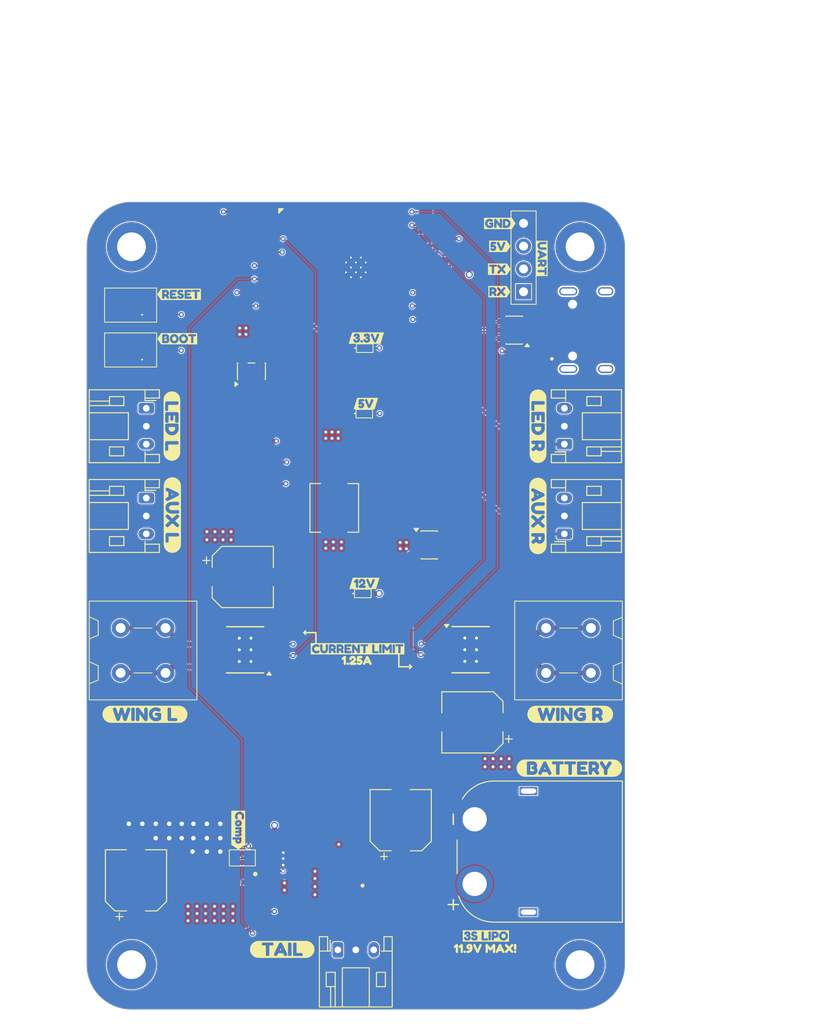
<source format=kicad_pcb>
(kicad_pcb (version 20241229) (generator "pcbnew") (generator_version "9.0")
  (layers (0 "F.Cu" signal) (4 "In1.Cu" power "In1.GND.Cu") (6 "In2.Cu" signal "In2.SIG.Cu") (8 "In3.Cu" power "In3.PWR.Cu") (10 "In4.Cu" power "In4.GND.Cu") (2 "B.Cu" signal) (13 "F.Paste" user) (15 "B.Paste" user) (5 "F.SilkS" user "F.Silkscreen") (7 "B.SilkS" user "B.Silkscreen") (1 "F.Mask" user) (3 "B.Mask" user) (25 "Edge.Cuts" user))
  (net 0 "")
  (net 1 "GND")
  (net 2 "+3.3V")
  (net 3 "/Microcontroller/CHIP_EN_BTN")
  (net 4 "/Microcontroller/BOOT_SEL_BTN")
  (net 5 "+12V")
  (net 6 "VBAT")
  (net 7 "/Voltage regulators and voltage sense/12V_BST")
  (net 8 "/Voltage regulators and voltage sense/12V_SW")
  (net 9 "/Voltage regulators and voltage sense/12V_COMP")
  (net 10 "/Voltage regulators and voltage sense/12V_VCC")
  (net 11 "/Microcontroller/VBAT_SENSE")
  (net 12 "VBUS")
  (net 15 "/Microcontroller/USBC_D-")
  (net 18 "/Microcontroller/USBC_D+")
  (net 21 "/Microcontroller/MCU_TX")
  (net 22 "/Microcontroller/MCU_RX")
  (net 23 "/Microcontroller/LED_LEFT_OUT")
  (net 24 "/Microcontroller/LED_TAIL_OUT")
  (net 25 "/Motor drivers and connectors/MOT_LEFT_OUT1")
  (net 26 "/Motor drivers and connectors/MOT_LEFT_OUT2")
  (net 27 "/Microcontroller/LED_RIGHT_OUT")
  (net 28 "/Microcontroller/LED_AUX2_OUT")
  (net 29 "/Motor drivers and connectors/MOT_RIGHT_OUT2")
  (net 30 "/Motor drivers and connectors/MOT_RIGHT_OUT1")
  (net 31 "/Microcontroller/USB_D-")
  (net 32 "/Microcontroller/USBu_D-")
  (net 33 "/Microcontroller/USBu_D+")
  (net 34 "/Microcontroller/USB_D+")
  (net 35 "/Voltage regulators and voltage sense/12V_FB")
  (net 40 "/Motor drivers and connectors/MOT_LEFT_ILIM")
  (net 41 "/Motor drivers and connectors/MOT_RIGHT_ILIM")
  (net 42 "/Motor drivers and connectors/MOT_RIGHT_IN1")
  (net 43 "/Motor drivers and connectors/MOT_LEFT_IN2")
  (net 44 "/Motor drivers and connectors/MOT_RIGHT_IN2")
  (net 45 "/Motor drivers and connectors/MOT_LEFT_IN1")
  (net 46 "/Microcontroller/USBC_CC2")
  (net 47 "/Microcontroller/USBC_CC1")
  (net 48 "VCC")
  (net 49 "/Microcontroller/12V_EN")
  (net 50 "AGND")
  (net 51 "Net-(D1-K)")
  (net 52 "/Microcontroller/3.3V_EN")
  (net 53 "/Microcontroller/3.3V_BP")
  (net 54 "Net-(C19-Pad1)")
  (net 55 "+5V")
  (net 56 "/Voltage regulators and voltage sense/3V3_VBST")
  (net 57 "/Voltage regulators and voltage sense/3V3_SW")
  (net 58 "Net-(LED1-K)")
  (net 59 "/Voltage regulators and voltage sense/3V3_VFB")
  (net 60 "Net-(LED2-K)")
  (net 61 "Net-(LED3-K)")
  (footprint "No Silkscreen:R_0402_1005Metric" (layer "F.Cu") (at 146.49 82.825)
    (property "Reference" "R20")
    (property "Value" "10k")
  )
  (footprint "No Silkscreen:C_0603_1608Metric" (layer "F.Cu") (at 132.49 60.25 -90)
    (property "Reference" "C6")
    (property "Value" "10u")
  )
  (footprint "No Silkscreen:C_0805_2012Metric" (layer "F.Cu") (at 143.99 85.9)
    (property "Reference" "C30")
    (property "Value" "22u/25V")
  )
  (footprint "kibuzzard-6926C843" (layer "F.Cu") (at 161.54 60.6)
    (property "Reference" "kibuzzard-6926C843" (hide yes))
    (property "Value" "G***" (hide yes))
  )
  (footprint "No Silkscreen:C_0402_1005Metric" (layer "F.Cu") (at 133.38375 79.65)
    (property "Reference" "C2")
    (property "Value" "100n")
  )
  (footprint "No Silkscreen:R_0402_1005Metric" (layer "F.Cu") (at 152.865 110 180)
    (property "Reference" "R11")
    (property "Value" "51.1k")
  )
  (footprint "Connector_AMASS:AMASS_XT60PW-M_1x02_P7.20mm_Horizontal" (layer "F.Cu") (at 158.74 127 -90)
    (property "Reference" "J6")
    (property "Value" "BATT_CONN")
  )
  (footprint "No Silkscreen:R_0402_1005Metric" (layer "F.Cu") (at 138.48 106.21)
    (property "Reference" "R10")
    (property "Value" "51.1k")
  )
  (footprint "No Silkscreen:C_0603_1608Metric" (layer "F.Cu") (at 159.84 111.75 180)
    (property "Reference" "C12")
    (property "Value" "0.1u/50V")
  )
  (footprint "No Silkscreen:C_0805_2012Metric" (layer "F.Cu") (at 145.69 127.74 90)
    (property "Reference" "C17")
    (property "Value" "22u/25V")
  )
  (footprint "kibuzzard-69304D0B" (layer "F.Cu") (at 132.39 128.2 -90)
    (property "Reference" "kibuzzard-69304D0B" (hide yes))
    (property "Value" "G***" (hide yes))
  )
  (footprint "kibuzzard-6926C39D" (layer "F.Cu") (at 165.79 93.2 -90)
    (property "Reference" "kibuzzard-6926C39D" (hide yes))
    (property "Value" "G***" (hide yes))
  )
  (footprint "Capacitor_SMD:CP_Elec_6.3x7.7" (layer "F.Cu") (at 158.49 116.2 180)
    (property "Reference" "C13")
    (property "Value" "47u")
  )
  (footprint "No Silkscreen:C_0603_1608Metric" (layer "F.Cu") (at 136.26 132 -90)
    (property "Reference" "C25")
    (property "Value" "2.2u")
  )
  (footprint "kibuzzard-6926C2DC" (layer "F.Cu") (at 137.29 141.5)
    (property "Reference" "kibuzzard-6926C2DC" (hide yes))
    (property "Value" "G***" (hide yes))
  )
  (footprint "No Silkscreen:C_0402_1005Metric" (layer "F.Cu") (at 157.59 63.15)
    (property "Reference" "C26")
    (property "Value" "10n")
  )
  (footprint "RF_Module:ESP32-C3-WROOM-02" (layer "F.Cu") (at 144.54 65.3)
    (property "Reference" "U3")
    (property "Value" "ESP32-C3-WROOM-02")
  )
  (footprint "Inductor_SMD:L_0402_1005Metric" (layer "F.Cu") (at 131.90875 80.15 90)
    (property "Reference" "L1")
    (property "Value" "2n2")
  )
  (footprint "No Silkscreen:R_0402_1005Metric" (layer "F.Cu") (at 166.44 74.1 180)
    (property "Reference" "R1")
    (property "Value" "5k1")
  )
  (footprint "No Silkscreen:R_0402_1005Metric" (layer "F.Cu") (at 155.34 66.55 180)
    (property "Reference" "R8")
    (property "Value" "22R")
  )
  (footprint "Connector_JST:JST_PH_S3B-PH-K_1x03_P2.00mm_Horizontal" (layer "F.Cu") (at 168.74 85.2 90)
    (property "Reference" "J5")
    (property "Value" "LED_RIGHT_CONN")
  )
  (footprint "Personal library:SPTAF_1_ 2-5_0-EL" (layer "F.Cu") (at 121.78 108.19 -90)
    (property "Reference" "J9")
    (property "Value" "MOTOR_LEFT_CONN")
  )
  (footprint "Connector_JST:JST_PH_S3B-PH-K_1x03_P2.00mm_Horizontal" (layer "F.Cu") (at 122.14 91.2 -90)
    (property "Reference" "J7")
    (property "Value" "LED_AUX1_CONN")
  )
  (footprint "No Silkscreen:C_0603_1608Metric" (layer "F.Cu") (at 132.6775 82.935)
    (property "Reference" "C3")
    (property "Value" "10u")
  )
  (footprint "Package_SO:Texas_HTSOP-8-1EP_3.9x4.9mm_P1.27mm_EP2.95x4.9mm_Mask2.4x3.1mm_ThermalVias" (layer "F.Cu") (at 133.155 108.115 180)
    (property "Reference" "U4")
    (property "Value" "DRV8871DDA")
  )
  (footprint "No Silkscreen:C_0603_1608Metric" (layer "F.Cu") (at 149.19 97.525 90)
    (property "Reference" "C27")
    (property "Value" "0.1u/50V")
  )
  (footprint "SKRPARE010:SKRPARE010" (layer "F.Cu") (at 120.415 69.7 180)
    (property "Reference" "S2")
    (property "Value" "SKRPACE010" (hide yes))
  )
  (footprint "No Silkscreen:C_0603_1608Metric" (layer "F.Cu") (at 134.865 137.25 -90)
    (property "Reference" "C15")
    (property "Value" "0.1u/50V")
  )
  (footprint "Connector_JST:JST_PH_S3B-PH-K_1x03_P2.00mm_Horizontal" (layer "F.Cu") (at 122.14 81.2 -90)
    (property "Reference" "J3")
    (property "Value" "LED_LEFT_CONN")
  )
  (footprint "No Silkscreen:R_0402_1005Metric" (layer "F.Cu") (at 136.42 129.18 90)
    (property "Reference" "R13")
    (property "Value" "931k")
  )
  (footprint "kibuzzard-692F179E" (layer "F.Cu") (at 146.615 80.675)
    (property "Reference" "kibuzzard-692F179E" (hide yes))
    (property "Value" "G***" (hide yes))
  )
  (footprint "kibuzzard-6926C403" (layer "F.Cu") (at 121.99 115.3)
    (property "Reference" "kibuzzard-6926C403" (hide yes))
    (property "Value" "G***" (hide yes))
  )
  (footprint "No Silkscreen:C_0805_2012Metric" (layer "F.Cu") (at 143.99 87.925)
    (property "Reference" "C31")
    (property "Value" "22u/25V")
  )
  (footprint "kibuzzard-6926C366" (layer "F.Cu") (at 125.04 93.1 -90)
    (property "Reference" "kibuzzard-6926C366" (hide yes))
    (property "Value" "G***" (hide yes))
  )
  (footprint "No Silkscreen:C_0603_1608Metric" (layer "F.Cu") (at 131.415 104.55)
    (property "Reference" "C10")
    (property "Value" "0.1u/50V")
  )
  (footprint "No Silkscreen:R_0402_1005Metric" (layer "F.Cu") (at 135.42 129.18 90)
    (property "Reference" "R14")
    (property "Value" "48.7k")
  )
  (footprint "No Silkscreen:R_0402_1005Metric" (layer "F.Cu") (at 146.515 75.575)
    (property "Reference" "R3")
    (property "Value" "10k")
  )
  (footprint "NetTie:NetTie-2_SMD_Pad0.5mm" (layer "F.Cu") (at 137.390001 132.77 90)
    (property "Reference" "NT1" (hide yes))
    (property "Value" "NetTie_GND" (hide yes))
  )
  (footprint "LED_SMD:LED_0402_1005Metric" (layer "F.Cu") (at 146.49 74.5)
    (property "Reference" "LED1")
    (property "Value" "3.3V_LED_G")
  )
  (footprint "No Silkscreen:C_0603_1608Metric" (layer "F.Cu") (at 136.415 135.125 -90)
    (property "Reference" "C18")
    (property "Value" "0.1u/50V")
  )
  (footprint "LED_SMD:LED_0402_1005Metric" (layer "F.Cu") (at 146.285 101.85)
    (property "Reference" "LED2")
    (property "Value" "USB_LED_B")
  )
  (footprint "kibuzzard-6926C685" (layer "F.Cu") (at 145.59 109.3)
    (property "Reference" "kibuzzard-6926C685" (hide yes))
    (property "Value" "G***" (hide yes))
  )
  (footprint "kibuzzard-6926CDBB" (layer "F.Cu") (at 166.24 64.5 -90)
    (property "Reference" "kibuzzard-6926CDBB" (hide yes))
    (property "Value" "G***" (hide yes))
  )
  (footprint "No Silkscreen:D_SOD-123" (layer "F.Cu") (at 133.565 84.875)
    (property "Reference" "D1")
    (property "Value" "1N5819HW-7-F")
  )
  (footprint "No Silkscreen:R_0402_1005Metric" (layer "F.Cu") (at 156.3025 96.8625 -90)
    (property "Reference" "R19")
    (property "Value" "10k")
  )
  (footprint "No Silkscreen:C_0402_1005Metric" (layer "F.Cu") (at 124.615 69.75)
    (property "Reference" "C8")
    (property "Value" "100n")
  )
  (footprint "No Silkscreen:R_0402_1005Metric" (layer "F.Cu") (at 155.44 62.3)
    (property "Reference" "R5")
    (property "Value" "10k")
  )
  (footprint "No Silkscreen:D_SOD-123" (layer "F.Cu") (at 133.565 89.575)
    (property "Reference" "D2")
    (property "Value" "1N5819HW-7-F")
  )
  (footprint "kibuzzard-6926C40E" (layer "F.Cu") (at 124.99 83.18 -90)
    (property "Reference" "kibuzzard-6926C40E" (hide yes))
    (property "Value" "G***" (hide yes))
  )
  (footprint "No Silkscreen:C_1210_3225Metric" (layer "F.Cu") (at 126.29 133.8 90)
    (property "Reference" "C22")
    (property "Value" "47u")
  )
  (footprint "No Silkscreen:C_0805_2012Metric" (layer "F.Cu") (at 143.29 127.74 90)
    (property "Reference" "C16")
    (property "Value" "22u/25V")
  )
  (footprint "MountingHole:MountingHole_3.2mm_M3_ISO14580_Pad_TopBottom" (layer "F.Cu") (at 170.49 143.2)
    (property "Reference" "H3")
    (property "Value" "M3")
  )
  (footprint "kibuzzard-6926C559" (layer "F.Cu") (at 159.89 141.4)
    (property "Reference" "kibuzzard-6926C559" (hide yes))
    (property "Value" "G***" (hide yes))
  )
  (footprint "No Silkscreen:R_0402_1005Metric" (layer "F.Cu") (at 146.2875 102.885)
    (property "Reference" "R15")
    (property "Value" "10k")
  )
  (footprint "MountingHole:MountingHole_3.2mm_M3_ISO14580_Pad_TopBottom" (layer "F.Cu") (at 120.49 63.2)
    (property "Reference" "H1")
    (property "Value" "M3")
  )
  (footprint "kibuzzard-6926C976" (layer "F.Cu") (at 125.79 68.5)
    (property "Reference" "kibuzzard-6926C976" (hide yes))
    (property "Value" "G***" (hide yes))
  )
  (footprint "Package_SO:Texas_HTSOP-8-1EP_3.9x4.9mm_P1.27mm_EP2.95x4.9mm_Mask2.4x3.1mm_ThermalVias" (layer "F.Cu") (at 158.29 108.1)
    (property "Reference" "U5")
    (property "Value" "DRV8871DDA")
  )
  (footprint "Inductor_SMD:L_APV_APH0530" (layer "F.Cu") (at 143.09 92.3 90)
    (property "Reference" "L3")
    (property "Value" "3.3u")
  )
  (footprint "MountingHole:MountingHole_3.2mm_M3_ISO14580_Pad_TopBottom" (layer "F.Cu") (at 120.49 143.2)
    (property "Reference" "H4")
    (property "Value" "M3")
  )
  (footprint "Connector_PinHeader_2.54mm:PinHeader_1x04_P2.54mm_Vertical" (layer "F.Cu") (at 164.19 68.21 180)
    (property "Reference" "J2")
    (property "Value" "UART_CONN")
  )
  (footprint "No Silkscreen:D_SOD-123" (layer "F.Cu") (at 133.565 87.225)
    (property "Reference" "D3")
    (property "Value" "1N5819HW-7-F")
  )
  (footprint "kibuzzard-6926C771" (layer "F.Cu") (at 161.49 68.2)
    (property "Reference" "kibuzzard-6926C771" (hide yes))
    (property "Value" "G***" (hide yes))
  )
  (footprint "No Silkscreen:R_0402_1005Metric" (layer "F.Cu") (at 166.48 70.74 180)
    (property "Reference" "R2")
    (property "Value" "5k1")
  )
  (footprint "No Silkscreen:R_0402_1005Metric" (layer "F.Cu") (at 157.3025 96.8625 90)
    (property "Reference" "R18")
    (property "Value" "56k")
  )
  (footprint "TYPE-C-31-M-12:HRO_TYPE-C-31-M-12" (layer "F.Cu") (at 173.34 72.49 90)
    (property "Reference" "J1")
    (property "Value" "TYPE-C-31-M-12")
  )
  (footprint "Capacitor_SMD:CP_Elec_6.3x7.7" (layer "F.Cu") (at 150.49 127.1 90)
    (property "Reference" "C14")
    (property "Value" "47u")
  )
  (footprint "No Silkscreen:C_0402_1005Metric" (layer "F.Cu") (at 134.42 129.18 90)
    (property "Reference" "C21")
    (property "Value" "27p")
  )
  (footprint "SKRPARE010:SKRPARE010" (layer "F.Cu") (at 120.415 74.7 180)
    (property "Reference" "S1")
    (property "Value" "SKRPACE010" (hide yes))
  )
  (footprint "Connector_JST:JST_PH_S3B-PH-K_1x03_P2.00mm_Horizontal" (layer "F.Cu") (at 143.49 141.55)
    (property "Reference" "J4")
    (property "Value" "LED_TAIL_CONN")
  )
  (footprint "No Silkscreen:C_0402_1005Metric" (layer "F.Cu") (at 131.865 131.3 90)
    (property "Reference" "C19")
    (property "Value" "470p")
  )
  (footprint "No Silkscreen:R_0402_1005Metric" (layer "F.Cu") (at 124.64 70.75 180)
    (property "Reference" "R6")
    (property "Value" "10k")
  )
  (footprint "No Silkscreen:R_0402_1005Metric" (layer "F.Cu") (at 157.59 65.15 180)
    (property "Reference" "R16")
    (property "Value" "4k7")
  )
  (footprint "kibuzzard-6926C5ED" (layer "F.Cu") (at 145.69 108)
    (property "Reference" "kibuzzard-6926C5ED" (hide yes))
    (property "Value" "G***" (hide yes))
  )
  (footprint "kibuzzard-6926C4D4" (layer "F.Cu") (at 169.29 121.3)
    (property "Reference" "kibuzzard-6926C4D4" (hide yes))
    (property "Value" "G***" (hide yes))
  )
  (footprint "kibuzzard-6926C482" (layer "F.Cu") (at 146.4475 100.71)
    (property "Reference" "kibuzzard-6926C482" (hide yes))
    (property "Value" "G***" (hide yes))
  )
  (footprint "No Silkscreen:C_0402_1005Metric" (layer "F.Cu") (at 133.865 131.3 90)
    (property "Reference" "C20")
    (property "Value" "8.7p")
  )
  (footprint "No Silkscreen:R_0402_1005Metric" (layer "F.Cu") (at 124.64 74.75 180)
    (property "Reference" "R7")
    (property "Value" "10k")
  )
  (footprint "No Silkscreen:C_0402_1005Metric" (layer "F.Cu") (at 136.08375 75.44 90)
    (property "Reference" "C4")
    (property "Value" "100n")
  )
  (footprint "No Silkscreen:C_0402_1005Metric" (layer "F.Cu") (at 132.37125 81.65)
    (property "Reference" "C1")
    (property "Value" "100n")
  )
  (footprint "MountingHole:MountingHole_3.2mm_M3_ISO14580_Pad_TopBottom" (layer "F.Cu") (at 170.49 63.2)
    (property "Reference" "H2")
    (property "Value" "M3")
  )
  (footprint "Package_TO_SOT_SMD:SOT-23-5" (layer "F.Cu") (at 133.85875 77.065 90)
    (property "Reference" "U2")
    (property "Value" "SPX3819M5-L-3-3")
  )
  (footprint "LED_SMD:LED_0402_1005Metric" (layer "F.Cu") (at 146.465 81.775)
    (property "Reference" "LED3")
    (property "Value" "USB_LED_Y")
  )
  (footprint "No Silkscreen:C_0805_2012Metric" (layer "F.Cu") (at 145.39 97.35 90)
    (property "Reference" "C28")
    (property "Value" "22u/25V")
  )
  (footprint "kibuzzard-6926C440" (layer "F.Cu") (at 169.39 115.3)
    (property "Reference" "kibuzzard-6926C440" (hide yes))
    (property "Value" "G***" (hide yes))
  )
  (footprint "No Silkscreen:R_0402_1005Metric" (layer "F.Cu") (at 133.64 68.3 180)
    (property "Reference" "R4")
    (property "Value" "10k")
  )
  (footprint "Package_TO_SOT_SMD:SOT-23-6" (layer "F.Cu") (at 153.6775 96.425)
    (property "Reference" "U7")
    (property "Value" "TPS563201")
  )
  (footprint "Capacitor_SMD:CP_Elec_6.3x7.7" (layer "F.Cu") (at 120.99 133.8 90)
    (property "Reference" "C24")
    (property "Value" "47u")
  )
  (footprint "No Silkscreen:C_0402_1005Metric" (layer "F.Cu") (at 134.04 59.77 -90)
    (property "Reference" "C7")
    (property "Value" "100n")
  )
  (footprint "No Silkscreen:R_0402_1005Metric" (layer "F.Cu") (at 155.34 65.5 180)
    (property "Reference" "R9")
    (property "Value" "22R")
  )
  (footprint "No Silkscreen:C_0805_2012Metric" (layer "F.Cu") (at 147.44 97.35 90)
    (property "Reference" "C29")
    (property "Value" "22u/25V")
  )
  (footprint "kibuzzard-6926C980" (layer "F.Cu") (at 125.59 73.45)
    (property "Reference" "kibuzzard-6926C980" (hide yes))
    (property "Value" "G***" (hide yes))
  )
  (footprint "kibuzzard-6926C417" (layer "F.Cu") (at 165.8 83.2 -90)
    (property "Reference" "kibuzzard-6926C417" (hide yes))
    (property "Value" "G***" (hide yes))
  )
  (footprint "Capacitor_SMD:CP_Elec_6.3x7.7" (layer "F.Cu") (at 132.89 100)
    (property "Reference" "C11")
    (property "Value" "47u")
  )
  (footprint "kibuzzard-6926C831" (layer "F.Cu") (at 161.54 63.15)
    (property "Reference" "kibuzzard-6926C831" (hide yes))
    (property "Value" "G***" (hide yes))
  )
  (footprint "No Silkscreen:C_0402_1005Metric" (layer "F.Cu") (at 124.605 75.75)
    (property "Reference" "C9")
    (property "Value" "100n")
  )
  (footprint "SPM6530T-2R2M:SPM6530" (layer "F.Cu") (at 142.115 134.2 180)
    (property "Reference" "L2")
    (property "Value" "2.2u" (hide yes))
  )
  (footprint "kibuzzard-6926C567" (layer "F.Cu") (at 159.99 140)
    (property "Reference" "kibuzzard-6926C567" (hide yes))
    (property "Value" "G***" (hide yes))
  )
  (footprint "Connector_JST:JST_PH_S3B-PH-K_1x03_P2.00mm_Horizontal" (layer "F.Cu") (at 168.74 95.2 90)
    (property "Reference" "J8")
    (property "Value" "LED_AUX2_CONN")
  )
  (footprint "Personal library:SPTAF_1_ 2-5_0-EL" (layer "F.Cu") (at 169.2 108.19 90)
    (property "Reference" "J10")
    (property "Value" "MOTOR_RIGHT_CONN")
  )
  (footprint "TPS61288:TPS61288" (layer "F.Cu") (at 133.643125 134.065625 -90)
    (property "Reference" "U6")
    (property "Value" "TPS61288")
  )
  (footprint "No Silkscreen:R_0402_1005Metric" (layer "F.Cu") (at 157.59 64.15)
    (property "Reference" "R17")
    (property "Value" "1k")
  )
  (footprint "kibuzzard-6926C80F" (layer "F.Cu") (at 161.49 65.7)
    (property "Reference" "kibuzzard-6926C80F" (hide yes))
    (property "Value" "G***" (hide yes))
  )
  (footprint "No Silkscreen:C_1210_3225Metric" (layer "F.Cu") (at 129.69 133.8 90)
    (property "Reference" "C23")
    (property "Value" "47u")
  )
  (footprint "No Silkscreen:R_0402_1005Metric" (layer "F.Cu") (at 132.865 131.3 -90)
    (property "Reference" "R12")
    (property "Value" "82k")
  )
  (footprint "No Silkscreen:C_0603_1608Metric" (layer "F.Cu") (at 154.0275 93.9125)
    (property "Reference" "C32")
    (property "Value" "0.1u/50V")
  )
  (footprint "Package_TO_SOT_SMD:SOT-23-6" (layer "F.Cu") (at 163.14 72.49 180)
    (property "Reference" "U1")
    (property "Value" "USBLC6-2SC6")
  )
  (footprint "No Silkscreen:C_0603_1608Metric" (layer "F.Cu") (at 133.68375 74.165)
    (property "Reference" "C5")
    (property "Value" "10u")
  )
  (footprint "kibuzzard-6926C4A5" (layer "F.Cu") (at 146.665 73.375)
    (property "Reference" "kibuzzard-6926C4A5" (hide yes))
    (property "Value" "G***" (hide yes))
  )
  (gr_line (start 139.69 106.2) (end 139.89 106) (stroke (width 0.16)) (layer "F.SilkS"))
  (gr_line (start 141.049621 107.4) (end 141.049621 106.2) (stroke (width 0.16)) (layer "F.SilkS"))
  (gr_rect (start 131.39 130.4) (end 134.29 132.2) (stroke (width 0.1)) (fill no) (layer "F.SilkS"))
  (gr_rect (start 145.3475 101.36) (end 147.1975 102.31) (stroke (width 0.1)) (fill no) (layer "F.SilkS"))
  (gr_rect (start 145.515 81.325) (end 147.365 82.275) (stroke (width 0.1)) (fill no) (layer "F.SilkS"))
  (gr_line (start 150.29 108.632809) (end 150.29 110) (stroke (width 0.16)) (layer "F.SilkS"))
  (gr_line (start 150.29 110) (end 151.69 110) (stroke (width 0.16)) (layer "F.SilkS"))
  (gr_line (start 151.69 110) (end 151.49 109.8) (stroke (width 0.16)) (layer "F.SilkS"))
  (gr_line (start 151.69 110) (end 151.49 110.2) (stroke (width 0.16)) (layer "F.SilkS"))
  (gr_rect (start 145.565 74.025) (end 147.415 74.975) (stroke (width 0.1)) (fill no) (layer "F.SilkS"))
  (gr_rect (start 117.49 67.8) (end 123.29 71.6) (stroke (width 0.1)) (fill no) (layer "F.SilkS"))
  (gr_rect (start 117.49 72.8) (end 123.29 76.6) (stroke (width 0.1)) (fill no) (layer "F.SilkS"))
  (gr_line (start 141.049621 106.2) (end 139.69 106.2) (stroke (width 0.16)) (layer "F.SilkS"))
  (gr_line (start 139.69 106.2) (end 139.89 106.4) (stroke (width 0.16)) (layer "F.SilkS"))
  (gr_line (start 115.49 143.2) (end 115.49 63.2) (stroke (width 0.05)) (layer "Edge.Cuts"))
  (gr_arc (start 115.49 63.2) (mid 116.954466 59.664466) (end 120.49 58.2) (stroke (width 0.05)) (layer "Edge.Cuts"))
  (gr_line (start 120.49 58.2) (end 170.49 58.2) (stroke (width 0.05)) (layer "Edge.Cuts"))
  (gr_line (start 175.49 63.2) (end 175.49 143.2) (stroke (width 0.05)) (layer "Edge.Cuts"))
  (gr_line (start 170.49 148.2) (end 120.49 148.2) (stroke (width 0.05)) (layer "Edge.Cuts"))
  (gr_arc (start 175.49 143.2) (mid 174.025534 146.735534) (end 170.49 148.2) (stroke (width 0.05)) (layer "Edge.Cuts"))
  (gr_arc (start 170.49 58.2) (mid 174.025534 59.664466) (end 175.49 63.2) (stroke (width 0.05)) (layer "Edge.Cuts"))
  (gr_arc (start 120.49 148.2) (mid 116.954466 146.735534) (end 115.49 143.2) (stroke (width 0.05)) (layer "Edge.Cuts"))
  (via (at 130.39 127.5) (size 0.8) (drill 0.5) (layers "F.Cu" "B.Cu") (net 1))
  (via (at 128.89 127.5) (size 0.8) (drill 0.5) (layers "F.Cu" "B.Cu") (net 1))
  (via (at 123.19 127.5) (size 0.8) (drill 0.5) (layers "F.Cu" "B.Cu") (net 1))
  (via (at 130.39 130.6) (size 0.8) (drill 0.5) (layers "F.Cu" "B.Cu") (net 1))
  (via (at 128.89 129.1) (size 0.8) (drill 0.5) (layers "F.Cu" "B.Cu") (net 1))
  (via (at 126.09 127.5) (size 0.8) (drill 0.5) (layers "F.Cu" "B.Cu") (net 1))
  (via (at 130.39 129.1) (size 0.8) (drill 0.5) (layers "F.Cu" "B.Cu") (net 1))
  (via (at 127.29 130.6) (size 0.8) (drill 0.5) (layers "F.Cu" "B.Cu") (net 1))
  (via (at 121.69 127.5) (size 0.8) (drill 0.5) (layers "F.Cu" "B.Cu") (net 1))
  (via (at 127.39 127.5) (size 0.8) (drill 0.5) (layers "F.Cu" "B.Cu") (net 1))
  (via (at 126.09 129.1) (size 0.8) (drill 0.5) (layers "F.Cu" "B.Cu") (net 1))
  (via (at 137.4 131.38) (size 0.6) (drill 0.3) (layers "F.Cu" "B.Cu") (net 1))
  (via (at 124.69 127.5) (size 0.8) (drill 0.5) (layers "F.Cu" "B.Cu") (net 1))
  (via (at 124.69 129.1) (size 0.8) (drill 0.5) (layers "F.Cu" "B.Cu") (net 1))
  (via (at 137.41 130.72) (size 0.6) (drill 0.3) (layers "F.Cu" "B.Cu") (net 1))
  (via (at 120.19 127.5) (size 0.8) (drill 0.5) (layers "F.Cu" "B.Cu") (net 1))
  (via (at 123.19 129.1) (size 0.8) (drill 0.5) (layers "F.Cu" "B.Cu") (net 1))
  (via (at 127.39 129.1) (size 0.8) (drill 0.5) (layers "F.Cu" "B.Cu") (net 1))
  (via (at 128.89 130.6) (size 0.8) (drill 0.5) (layers "F.Cu" "B.Cu") (net 1))
  (segment (start 133.13 68.3) (end 132.24 68.3) (width 0.3) (layer "F.Cu") (net 2))
  (segment (start 146.98 74.505) (end 148.085 74.505) (width 0.2) (layer "F.Cu") (net 2))
  (segment (start 132.90875 75.9275) (end 132.90875 74.165) (width 0.3) (layer "F.Cu") (net 2))
  (segment (start 125.15 70.75) (end 126.04 70.75) (width 0.2) (layer "F.Cu") (net 2))
  (segment (start 132.49 59.3) (end 135.79 59.3) (width 0.3) (layer "F.Cu") (net 2))
  (segment (start 132.49 59.3) (end 130.74 59.3) (width 0.3) (layer "F.Cu") (net 2))
  (segment (start 125.15 74.75) (end 126.04 74.75) (width 0.2) (layer "F.Cu") (net 2))
  (segment (start 148.085 74.505) (end 148.115 74.475) (width 0.2) (layer "F.Cu") (net 2))
  (segment (start 155.95 62.3) (end 156.99 62.3) (width 0.3) (layer "F.Cu") (net 2))
  (via (at 132.54625 72.965) (size 0.6) (drill 0.3) (layers "F.Cu" "B.Cu") (net 2))
  (via (at 133.24625 72.265) (size 0.6) (drill 0.3) (layers "F.Cu" "B.Cu") (net 2))
  (via (at 126.04 70.75) (size 0.6) (drill 0.3) (layers "F.Cu" "B.Cu") (net 2))
  (via (at 148.115 74.475) (size 0.6) (drill 0.3) (layers "F.Cu" "B.Cu") (net 2))
  (via (at 126.04 74.75) (size 0.6) (drill 0.3) (layers "F.Cu" "B.Cu") (net 2))
  (via (at 156.99 62.3) (size 0.6) (drill 0.3) (layers "F.Cu" "B.Cu") (net 2))
  (via (at 132.24 68.3) (size 0.6) (drill 0.3) (layers "F.Cu" "B.Cu") (net 2))
  (via (at 133.24625 72.965) (size 0.6) (drill 0.3) (layers "F.Cu" "B.Cu") (net 2))
  (via (at 132.54625 72.265) (size 0.6) (drill 0.3) (layers "F.Cu" "B.Cu") (net 2))
  (via (at 130.74 59.3) (size 0.6) (drill 0.3) (layers "F.Cu" "B.Cu") (net 2))
  (segment (start 124.135 69.75) (end 124.135 70.745) (width 0.2) (layer "F.Cu") (net 3))
  (segment (start 134.74 60.9) (end 130.84 64.8) (width 0.2) (layer "F.Cu") (net 3))
  (segment (start 126.79 64.8) (end 124.135 67.455) (width 0.2) (layer "F.Cu") (net 3))
  (segment (start 135.79 60.8) (end 135.69 60.9) (width 0.2) (layer "F.Cu") (net 3))
  (segment (start 124.13 70.75) (end 122.515 70.75) (width 0.2) (layer "F.Cu") (net 3))
  (segment (start 122.515 70.75) (end 122.49 70.775) (width 0.2) (layer "F.Cu") (net 3))
  (segment (start 135.69 60.9) (end 134.74 60.9) (width 0.2) (layer "F.Cu") (net 3))
  (segment (start 124.135 67.455) (end 124.135 69.75) (width 0.2) (layer "F.Cu") (net 3))
  (segment (start 124.135 70.745) (end 124.13 70.75) (width 0.2) (layer "F.Cu") (net 3))
  (segment (start 130.84 64.8) (end 126.79 64.8) (width 0.2) (layer "F.Cu") (net 3))
  (segment (start 127.49 73.45) (end 124.74 73.45) (width 0.2) (layer "F.Cu") (net 4))
  (segment (start 124.125 75.75) (end 124.125 74.755) (width 0.2) (layer "F.Cu") (net 4))
  (segment (start 124.125 75.75) (end 122.515 75.75) (width 0.2) (layer "F.Cu") (net 4))
  (segment (start 124.13 74.75) (end 124.14 74.74) (width 0.2) (layer "F.Cu") (net 4))
  (segment (start 124.125 74.755) (end 124.13 74.75) (width 0.2) (layer "F.Cu") (net 4))
  (segment (start 124.74 73.45) (end 124.13 74.06) (width 0.2) (layer "F.Cu") (net 4))
  (segment (start 122.515 75.75) (end 122.49 75.775) (width 0.2) (layer "F.Cu") (net 4))
  (segment (start 124.13 74.06) (end 124.13 74.75) (width 0.2) (layer "F.Cu") (net 4))
  (segment (start 131.14 69.8) (end 127.49 73.45) (width 0.2) (layer "F.Cu") (net 4))
  (segment (start 135.79 69.8) (end 131.14 69.8) (width 0.2) (layer "F.Cu") (net 4))
  (via (at 134.34 69.8) (size 0.6) (drill 0.3) (layers "F.Cu" "B.Cu") (net 4))
  (segment (start 148.075 101.85) (end 148.1 101.825) (width 0.55) (layer "F.Cu") (net 5))
  (segment (start 136.44 128.65) (end 136.42 128.67) (width 0.55) (layer "F.Cu") (net 5))
  (segment (start 146.77 101.85) (end 148.075 101.85) (width 0.55) (layer "F.Cu") (net 5))
  (segment (start 136.44 127.68) (end 136.44 128.65) (width 0.55) (layer "F.Cu") (net 5))
  (via (at 129.74 136.7) (size 0.6) (drill 0.3) (layers "F.Cu" "B.Cu") (net 5))
  (via (at 127.79 136.7) (size 0.6) (drill 0.3) (layers "F.Cu" "B.Cu") (net 5))
  (via (at 130.74 137.5) (size 0.6) (drill 0.3) (layers "F.Cu" "B.Cu") (net 5))
  (via (at 128.74 138.3) (size 0.6) (drill 0.3) (layers "F.Cu" "B.Cu") (net 5))
  (via (at 160.79 121.15) (size 0.6) (drill 0.3) (layers "F.Cu" "B.Cu") (net 5))
  (via (at 148.1 101.825) (size 0.8) (drill 0.5) (layers "F.Cu" "B.Cu") (net 5))
  (via (at 126.79 138.3) (size 0.6) (drill 0.3) (layers "F.Cu" "B.Cu") (net 5))
  (via (at 126.79 137.5) (size 0.6) (drill 0.3) (layers "F.Cu" "B.Cu") (net 5))
  (via (at 129.79 94.95) (size 0.6) (drill 0.3) (layers "F.Cu" "B.Cu") (net 5))
  (via (at 130.69 94.95) (size 0.6) (drill 0.3) (layers "F.Cu" "B.Cu") (net 5))
  (via (at 161.69 121.15) (size 0.6) (drill 0.3) (layers "F.Cu" "B.Cu") (net 5))
  (via (at 129.74 138.3) (size 0.6) (drill 0.3) (layers "F.Cu" "B.Cu") (net 5))
  (via (at 131.59 95.85) (size 0.6) (drill 0.3) (layers "F.Cu" "B.Cu") (net 5))
  (via (at 162.59 121.15) (size 0.6) (drill 0.3) (layers "F.Cu" "B.Cu") (net 5))
  (via (at 128.89 94.95) (size 0.6) (drill 0.3) (layers "F.Cu" "B.Cu") (net 5))
  (via (at 127.79 137.5) (size 0.6) (drill 0.3) (layers "F.Cu" "B.Cu") (net 5))
  (via (at 136.44 127.68) (size 0.8) (drill 0.5) (layers "F.Cu" "B.Cu") (net 5))
  (via (at 162.59 120.25) (size 0.6) (drill 0.3) (layers "F.Cu" "B.Cu") (net 5))
  (via (at 130.69 95.85) (size 0.6) (drill 0.3) (layers "F.Cu" "B.Cu") (net 5))
  (via (at 159.89 120.25) (size 0.6) (drill 0.3) (layers "F.Cu" "B.Cu") (net 5))
  (via (at 131.79 136.7) (size 0.6) (drill 0.3) (layers "F.Cu" "B.Cu") (net 5))
  (via (at 130.74 138.3) (size 0.6) (drill 0.3) (layers "F.Cu" "B.Cu") (net 5))
  (via (at 131.79 137.5) (size 0.6) (drill 0.3) (layers "F.Cu" "B.Cu") (net 5))
  (via (at 131.59 94.95) (size 0.6) (drill 0.3) (layers "F.Cu" "B.Cu") (net 5))
  (via (at 126.79 136.7) (size 0.6) (drill 0.3) (layers "F.Cu" "B.Cu") (net 5))
  (via (at 130.74 136.7) (size 0.6) (drill 0.3) (layers "F.Cu" "B.Cu") (net 5))
  (via (at 129.79 95.85) (size 0.6) (drill 0.3) (layers "F.Cu" "B.Cu") (net 5))
  (via (at 128.74 137.5) (size 0.6) (drill 0.3) (layers "F.Cu" "B.Cu") (net 5))
  (via (at 129.74 137.5) (size 0.6) (drill 0.3) (layers "F.Cu" "B.Cu") (net 5))
  (via (at 127.79 138.3) (size 0.6) (drill 0.3) (layers "F.Cu" "B.Cu") (net 5))
  (via (at 128.74 136.7) (size 0.6) (drill 0.3) (layers "F.Cu" "B.Cu") (net 5))
  (via (at 131.79 138.3) (size 0.6) (drill 0.3) (layers "F.Cu" "B.Cu") (net 5))
  (via (at 159.89 121.15) (size 0.6) (drill 0.3) (layers "F.Cu" "B.Cu") (net 5))
  (via (at 160.79 120.25) (size 0.6) (drill 0.3) (layers "F.Cu" "B.Cu") (net 5))
  (via (at 161.69 120.25) (size 0.6) (drill 0.3) (layers "F.Cu" "B.Cu") (net 5))
  (via (at 128.89 95.85) (size 0.6) (drill 0.3) (layers "F.Cu" "B.Cu") (net 5))
  (segment (start 152.54 97.375) (end 153.115 97.375) (width 0.3) (layer "F.Cu") (net 6))
  (segment (start 135.665 137.275) (end 134.865 136.475) (width 0.3) (layer "F.Cu") (net 6))
  (segment (start 158.1 66.26) (end 158.14 66.3) (width 0.55) (layer "F.Cu") (net 6))
  (segment (start 153.09 121.75) (end 153.09 129.8) (width 1.5) (layer "F.Cu") (net 6))
  (segment (start 154.065 96.425) (end 154.815 96.425) (width 0.3) (layer "F.Cu") (net 6))
  (segment (start 151.09 119.75) (end 153.09 121.75) (width 1.5) (layer "F.Cu") (net 6))
  (segment (start 153.115 97.375) (end 154.065 96.425) (width 0.3) (layer "F.Cu") (net 6))
  (segment (start 151.09 98.7) (end 151.09 119.75) (width 1.5) (layer "F.Cu") (net 6))
  (segment (start 158.1 65.15) (end 158.1 66.26) (width 0.55) (layer "F.Cu") (net 6))
  (segment (start 151.29 98.5) (end 151.09 98.7) (width 1.5) (layer "F.Cu") (net 6))
  (segment (start 136.415 137.275) (end 135.665 137.275) (width 0.3) (layer "F.Cu") (net 6))
  (via (at 158.14 66.3) (size 0.8) (drill 0.5) (layers "F.Cu" "B.Cu") (net 6))
  (via (at 136.415 137.275) (size 0.6) (drill 0.3) (layers "F.Cu" "B.Cu") (net 6))
  (via (at 143.59 129.8) (size 0.6) (drill 0.3) (layers "F.Cu" "B.Cu") (net 6))
  (segment (start 134.818124 134.815626) (end 135.330626 134.815626) (width 0.2) (layer "F.Cu") (net 7))
  (segment (start 135.330626 134.815626) (end 136.415 135.9) (width 0.2) (layer "F.Cu") (net 7))
  (via (at 137.54 134.9) (size 0.6) (drill 0.3) (layers "F.Cu" "B.Cu") (net 8))
  (via (at 140.94 135.4) (size 0.6) (drill 0.3) (layers "F.Cu" "B.Cu") (net 8))
  (via (at 137.54 134.1) (size 0.6) (drill 0.3) (layers "F.Cu" "B.Cu") (net 8))
  (via (at 140.94 133.6) (size 0.6) (drill 0.3) (layers "F.Cu" "B.Cu") (net 8))
  (via (at 140.94 132.8) (size 0.6) (drill 0.3) (layers "F.Cu" "B.Cu") (net 8))
  (via (at 140.94 134.5) (size 0.6) (drill 0.3) (layers "F.Cu" "B.Cu") (net 8))
  (segment (start 134.04 132.61875) (end 134.018126 132.640624) (width 0.2) (layer "F.Cu") (net 9))
  (segment (start 132.865 131.81) (end 133.835 131.81) (width 0.2) (layer "F.Cu") (net 9))
  (segment (start 133.865 131.78) (end 134.04 131.955) (width 0.2) (layer "F.Cu") (net 9))
  (segment (start 134.04 131.955) (end 134.04 132.61875) (width 0.2) (layer "F.Cu") (net 9))
  (segment (start 133.835 131.81) (end 133.865 131.78) (width 0.2) (layer "F.Cu") (net 9))
  (segment (start 135.41 132.873748) (end 135.41 132.075) (width 0.2) (layer "F.Cu") (net 10))
  (segment (start 134.818124 133.315624) (end 134.968124 133.315624) (width 0.2) (layer "F.Cu") (net 10))
  (segment (start 135.41 132.075) (end 136.26 131.225) (width 0.2) (layer "F.Cu") (net 10))
  (segment (start 134.968124 133.315624) (end 135.41 132.873748) (width 0.2) (layer "F.Cu") (net 10))
  (segment (start 157.11 65.12) (end 157.08 65.15) (width 0.2) (layer "F.Cu") (net 11))
  (segment (start 154.79 63.8) (end 153.29 63.8) (width 0.2) (layer "F.Cu") (net 11))
  (segment (start 155.14 64.15) (end 154.79 63.8) (width 0.2) (layer "F.Cu") (net 11))
  (segment (start 157.11 63.15) (end 157.11 65.12) (width 0.2) (layer "F.Cu") (net 11))
  (segment (start 157.08 64.15) (end 155.14 64.15) (width 0.2) (layer "F.Cu") (net 11))
  (segment (start 168.59 74.89) (end 164.13 74.89) (width 0.3) (layer "F.Cu") (net 12))
  (segment (start 169.18 70.09) (end 170.19 71.1) (width 0.3) (layer "F.Cu") (net 12))
  (segment (start 168.59 70.09) (end 169.18 70.09) (width 0.3) (layer "F.Cu") (net 12))
  (segment (start 170.19 71.1) (end 170.19 73.906) (width 0.3) (layer "F.Cu") (net 12))
  (segment (start 163.19 73.015001) (end 162.664999 72.49) (width 0.3) (layer "F.Cu") (net 12))
  (segment (start 170.19 73.906) (end 169.206 74.89) (width 0.3) (layer "F.Cu") (net 12))
  (segment (start 135.24 89.6) (end 135.215 89.575) (width 0.3) (layer "F.Cu") (net 12))
  (segment (start 163.19 73.95) (end 163.19 73.015001) (width 0.3) (layer "F.Cu") (net 12))
  (segment (start 161.88 74.89) (end 164.13 74.89) (width 0.3) (layer "F.Cu") (net 12))
  (segment (start 169.206 74.89) (end 168.59 74.89) (width 0.3) (layer "F.Cu") (net 12))
  (segment (start 164.13 74.89) (end 163.19 73.95) (width 0.3) (layer "F.Cu") (net 12))
  (segment (start 161.79 74.8) (end 161.88 74.89) (width 0.3) (layer "F.Cu") (net 12))
  (segment (start 162.664999 72.49) (end 162.0025 72.49) (width 0.3) (layer "F.Cu") (net 12))
  (segment (start 137.69 89.6) (end 135.24 89.6) (width 0.3) (layer "F.Cu") (net 12))
  (via (at 137.69 89.6) (size 0.6) (drill 0.3) (layers "F.Cu" "B.Cu") (net 12))
  (via (at 161.79 74.8) (size 0.6) (drill 0.3) (layers "F.Cu" "B.Cu") (net 12))
  (segment (start 168.59 72.24) (end 167.85 72.24) (width 0.1582) (layer "F.Cu") (net 15))
  (segment (start 168.59 73.24) (end 165.45 73.24) (width 0.1582) (layer "F.Cu") (net 15))
  (segment (start 165.45 73.24) (end 165.25 73.44) (width 0.1582) (layer "F.Cu") (net 15))
  (segment (start 165.25 73.44) (end 164.2775 73.44) (width 0.1582) (layer "F.Cu") (net 15))
  (segment (start 167.85 72.24) (end 166.85 73.24) (width 0.1582) (layer "F.Cu") (net 15))
  (segment (start 166.85 73.24) (end 168.59 73.24) (width 0.1582) (layer "F.Cu") (net 15))
  (segment (start 168.59 71.74) (end 169.48 71.74) (width 0.1582) (layer "F.Cu") (net 18))
  (segment (start 165.43 71.74) (end 165.23 71.54) (width 0.1582) (layer "F.Cu") (net 18))
  (segment (start 165.23 71.54) (end 164.2775 71.54) (width 0.1582) (layer "F.Cu") (net 18))
  (segment (start 169.74 72) (end 169.74 72.5) (width 0.1582) (layer "F.Cu") (net 18))
  (segment (start 169.5 72.74) (end 168.59 72.74) (width 0.1582) (layer "F.Cu") (net 18))
  (segment (start 169.74 72.5) (end 169.5 72.74) (width 0.1582) (layer "F.Cu") (net 18))
  (segment (start 169.48 71.74) (end 169.74 72) (width 0.1582) (layer "F.Cu") (net 18))
  (segment (start 168.59 71.74) (end 165.43 71.74) (width 0.1582) (layer "F.Cu") (net 18))
  (segment (start 153.29 68.3) (end 151.84 68.3) (width 0.2) (layer "F.Cu") (net 21))
  (via (at 151.84 68.3) (size 0.6) (drill 0.3) (layers "F.Cu" "B.Cu") (net 21))
  (segment (start 153.29 69.8) (end 151.79 69.8) (width 0.2) (layer "F.Cu") (net 22))
  (via (at 151.79 69.8) (size 0.6) (drill 0.3) (layers "F.Cu" "B.Cu") (net 22))
  (segment (start 135.79 65.3) (end 134.19 65.3) (width 0.2) (layer "F.Cu") (net 23))
  (via (at 134.19 65.3) (size 0.6) (drill 0.3) (layers "F.Cu" "B.Cu") (net 23))
  (segment (start 153.29 71.3) (end 151.84 71.3) (width 0.2) (layer "F.Cu") (net 24))
  (via (at 151.84 71.3) (size 0.6) (drill 0.3) (layers "F.Cu" "B.Cu") (net 24))
  (segment (start 130.28 107.48) (end 126.07 107.48) (width 0.55) (layer "F.Cu") (net 25))
  (segment (start 124.28 105.69) (end 119.28 105.69) (width 0.55) (layer "F.Cu") (net 25))
  (segment (start 126.07 107.48) (end 124.28 105.69) (width 0.55) (layer "F.Cu") (net 25))
  (segment (start 124.95 110.02) (end 124.28 110.69) (width 0.55) (layer "F.Cu") (net 26))
  (segment (start 130.28 110.02) (end 124.95 110.02) (width 0.55) (layer "F.Cu") (net 26))
  (segment (start 124.28 110.69) (end 119.28 110.69) (width 0.55) (layer "F.Cu") (net 26))
  (segment (start 149.79 71.55) (end 163.44 85.2) (width 0.3) (layer "F.Cu") (net 27))
  (segment (start 152.94 62.3) (end 149.79 65.45) (width 0.3) (layer "F.Cu") (net 27))
  (segment (start 154.93 62.3) (end 153.29 62.3) (width 0.3) (layer "F.Cu") (net 27))
  (segment (start 149.79 65.45) (end 149.79 71.55) (width 0.3) (layer "F.Cu") (net 27))
  (segment (start 163.44 85.2) (end 168.74 85.2) (width 0.3) (layer "F.Cu") (net 27))
  (segment (start 153.29 62.3) (end 152.94 62.3) (width 0.3) (layer "F.Cu") (net 27))
  (segment (start 137.19 68.4) (end 163.99 95.2) (width 0.3) (layer "F.Cu") (net 28))
  (segment (start 135.79 68.5) (end 135.89 68.4) (width 0.3) (layer "F.Cu") (net 28))
  (segment (start 135.89 68.4) (end 137.19 68.4) (width 0.3) (layer "F.Cu") (net 28))
  (segment (start 163.99 95.2) (end 168.74 95.2) (width 0.3) (layer "F.Cu") (net 28))
  (segment (start 134.15 68.3) (end 135.79 68.3) (width 0.3) (layer "F.Cu") (net 28))
  (segment (start 135.79 68.3) (end 135.79 68.5) (width 0.3) (layer "F.Cu") (net 28))
  (segment (start 166.7 105.69) (end 171.7 105.69) (width 0.55) (layer "F.Cu") (net 29))
  (segment (start 161.165 106.195) (end 166.195 106.195) (width 0.55) (layer "F.Cu") (net 29))
  (segment (start 166.195 106.195) (end 166.7 105.69) (width 0.55) (layer "F.Cu") (net 29))
  (segment (start 166.7 110.69) (end 171.7 110.69) (width 0.55) (layer "F.Cu") (net 30))
  (segment (start 164.745 108.735) (end 166.7 110.69) (width 0.55) (layer "F.Cu") (net 30))
  (segment (start 161.165 108.735) (end 164.745 108.735) (width 0.55) (layer "F.Cu") (net 30))
  (segment (start 160.239449 72.6707) (end 159.25515 72.6707) (width 0.1582) (layer "F.Cu") (net 31))
  (segment (start 157.1093 70.52485) (end 157.1093 67.270397) (width 0.1582) (layer "F.Cu") (net 31))
  (segment (start 161.008749 73.44) (end 160.239449 72.6707) (width 0.1582) (layer "F.Cu") (net 31))
  (segment (start 159.25515 72.6707) (end 157.1093 70.52485) (width 0.1582) (layer "F.Cu") (net 31))
  (segment (start 157.1093 67.270397) (end 156.388903 66.55) (width 0.1582) (layer "F.Cu") (net 31))
  (segment (start 156.388903 66.55) (end 155.85 66.55) (width 0.1582) (layer "F.Cu") (net 31))
  (segment (start 162.0025 73.44) (end 161.008749 73.44) (width 0.1582) (layer "F.Cu") (net 31))
  (segment (start 154.83 66.55) (end 153.54 66.55) (width 0.1582) (layer "F.Cu") (net 32))
  (segment (start 153.54 66.55) (end 153.29 66.8) (width 0.1582) (layer "F.Cu") (net 32))
  (segment (start 154.83 65.5) (end 153.49 65.5) (width 0.1582) (layer "F.Cu") (net 33))
  (segment (start 153.49 65.5) (end 153.29 65.3) (width 0.1582) (layer "F.Cu") (net 33))
  (segment (start 161.008749 71.54) (end 160.239449 72.3093) (width 0.1582) (layer "F.Cu") (net 34))
  (segment (start 159.40485 72.3093) (end 157.4707 70.37515) (width 0.1582) (layer "F.Cu") (net 34))
  (segment (start 157.4707 70.37515) (end 157.4707 67.1207) (width 0.1582) (layer "F.Cu") (net 34))
  (segment (start 157.4707 67.1207) (end 155.85 65.5) (width 0.1582) (layer "F.Cu") (net 34))
  (segment (start 160.239449 72.3093) (end 159.40485 72.3093) (width 0.1582) (layer "F.Cu") (net 34))
  (segment (start 162.0025 71.54) (end 161.008749 71.54) (width 0.1582) (layer "F.Cu") (net 34))
  (segment (start 134.42 129.66) (end 136.39 129.66) (width 0.2) (layer "F.Cu") (net 35))
  (segment (start 135.42 130.09) (end 135.42 129.69) (width 0.2) (layer "F.Cu") (net 35))
  (segment (start 136.39 129.66) (end 136.42 129.69) (width 0.2) (layer "F.Cu") (net 35))
  (segment (start 134.536872 130.973128) (end 135.42 130.09) (width 0.2) (layer "F.Cu") (net 35))
  (segment (start 134.536872 132.796875) (end 134.536872 130.973128) (width 0.2) (layer "F.Cu") (net 35))
  (segment (start 136.03 106.21) (end 137.97 106.21) (width 0.2) (layer "F.Cu") (net 40))
  (segment (start 153.38 110.005) (end 153.375 110) (width 0.2) (layer "F.Cu") (net 41))
  (segment (start 155.415 110.005) (end 153.38 110.005) (width 0.2) (layer "F.Cu") (net 41))
  (segment (start 153.29 60.8) (end 151.74 60.8) (width 0.2) (layer "F.Cu") (net 42))
  (segment (start 152.875 108.735) (end 155.415 108.735) (width 0.2) (layer "F.Cu") (net 42))
  (segment (start 152.74 108.65) (end 152.79 108.65) (width 0.2) (layer "F.Cu") (net 42))
  (segment (start 152.79 108.65) (end 152.875 108.735) (width 0.2) (layer "F.Cu") (net 42))
  (via (at 152.74 108.65) (size 0.6) (drill 0.3) (layers "F.Cu" "B.Cu") (net 42))
  (via (at 151.74 60.8) (size 0.6) (drill 0.3) (layers "F.Cu" "B.Cu") (net 42))
  (segment (start 159.79 68.85) (end 151.74 60.8) (width 0.2) (layer "B.Cu") (net 42))
  (segment (start 151.79 107.75) (end 151.79 106) (width 0.2) (layer "B.Cu") (net 42))
  (segment (start 159.79 98) (end 159.79 68.85) (width 0.2) (layer "B.Cu") (net 42))
  (segment (start 152.69 108.65) (end 151.79 107.75) (width 0.2) (layer "B.Cu") (net 42))
  (segment (start 152.74 108.65) (end 152.69 108.65) (width 0.2) (layer "B.Cu") (net 42))
  (segment (start 151.79 106) (end 159.79 98) (width 0.2) (layer "B.Cu") (net 42))
  (segment (start 138.49 108.75) (end 136.03 108.75) (width 0.2) (layer "F.Cu") (net 43))
  (segment (start 135.79 62.3) (end 137.39 62.3) (width 0.2) (layer "F.Cu") (net 43))
  (via (at 138.49 108.75) (size 0.6) (drill 0.3) (layers "F.Cu" "B.Cu") (net 43))
  (via (at 137.39 62.3) (size 0.6) (drill 0.3) (layers "F.Cu" "B.Cu") (net 43))
  (segment (start 137.39 62.3) (end 140.99 65.9) (width 0.2) (layer "B.Cu") (net 43))
  (segment (start 140.99 106.35) (end 138.59 108.75) (width 0.2) (layer "B.Cu") (net 43))
  (segment (start 140.99 65.9) (end 140.99 106.35) (width 0.2) (layer "B.Cu") (net 43))
  (segment (start 138.59 108.75) (end 138.49 108.75) (width 0.2) (layer "B.Cu") (net 43))
  (segment (start 152.805 107.465) (end 155.415 107.465) (width 0.2) (layer "F.Cu") (net 44))
  (segment (start 152.79 107.45) (end 152.805 107.465) (width 0.2) (layer "F.Cu") (net 44))
  (segment (start 153.29 59.3) (end 151.74 59.3) (width 0.2) (layer "F.Cu") (net 44))
  (via (at 152.79 107.45) (size 0.6) (drill 0.3) (layers "F.Cu" "B.Cu") (net 44))
  (via (at 151.74 59.3) (size 0.6) (drill 0.3) (layers "F.Cu" "B.Cu") (net 44))
  (segment (start 161.29 65.6) (end 161.29 98.95) (width 0.2) (layer "B.Cu") (net 44))
  (segment (start 154.99 59.3) (end 161.29 65.6) (width 0.2) (layer "B.Cu") (net 44))
  (segment (start 161.29 98.95) (end 152.79 107.45) (width 0.2) (layer "B.Cu") (net 44))
  (segment (start 151.74 59.3) (end 154.99 59.3) (width 0.2) (layer "B.Cu") (net 44))
  (segment (start 136.03 107.48) (end 138.47 107.48) (width 0.2) (layer "F.Cu") (net 45))
  (segment (start 137.29 63.8) (end 135.79 63.8) (width 0.2) (layer "F.Cu") (net 45))
  (segment (start 138.47 107.48) (end 138.49 107.5) (width 0.2) (layer "F.Cu") (net 45))
  (via (at 138.49 107.5) (size 0.6) (drill 0.3) (layers "F.Cu" "B.Cu") (net 45))
  (via (at 137.29 63.8) (size 0.6) (drill 0.3) (layers "F.Cu" "B.Cu") (net 45))
  (segment (start 168.59 70.74) (end 166.99 70.74) (width 0.1582) (layer "F.Cu") (net 46))
  (segment (start 168.59 73.74) (end 167.7 73.74) (width 0.1582) (layer "F.Cu") (net 47))
  (segment (start 167.34 74.1) (end 166.95 74.1) (width 0.1582) (layer "F.Cu") (net 47))
  (segment (start 167.7 73.74) (end 167.34 74.1) (width 0.1582) (layer "F.Cu") (net 47))
  (segment (start 137.79 87.2) (end 135.24 87.2) (width 0.3) (layer "F.Cu") (net 48))
  (segment (start 135.24 87.2) (end 135.215 87.225) (width 0.3) (layer "F.Cu") (net 48))
  (via (at 137.79 87.2) (size 0.6) (drill 0.3) (layers "F.Cu" "B.Cu") (net 48))
  (segment (start 133.99 139.7) (end 134.018126 139.671874) (width 0.2) (layer "F.Cu") (net 49))
  (segment (start 134.018126 139.671874) (end 134.018126 135.490626) (width 0.2) (layer "F.Cu") (net 49))
  (segment (start 135.79 66.8) (end 134.19 66.8) (width 0.2) (layer "F.Cu") (net 49))
  (via (at 133.99 139.7) (size 0.6) (drill 0.3) (layers "F.Cu" "B.Cu") (net 49))
  (via (at 134.19 66.8) (size 0.6) (drill 0.3) (layers "F.Cu" "B.Cu") (net 49))
  (segment (start 132.79 118.1) (end 132.79 138.5) (width 0.2) (layer "B.Cu") (net 49))
  (segment (start 134.19 66.8) (end 132.34 66.8) (width 0.2) (layer "B.Cu") (net 49))
  (segment (start 132.79 138.5) (end 133.99 139.7) (width 0.2) (layer "B.Cu") (net 49))
  (segment (start 126.94 112.25) (end 132.79 118.1) (width 0.2) (layer "B.Cu") (net 49))
  (segment (start 126.94 72.2) (end 126.94 112.25) (width 0.2) (layer "B.Cu") (net 49))
  (segment (start 132.34 66.8) (end 126.94 72.2) (width 0.2) (layer "B.Cu") (net 49))
  (segment (start 133.59 130) (end 133.865 130.275) (width 0.2) (layer "F.Cu") (net 50))
  (segment (start 134.45 128.67) (end 134.42 128.7) (width 0.2) (layer "F.Cu") (net 50))
  (segment (start 133.865 130.275) (end 133.865 130.82) (width 0.2) (layer "F.Cu") (net 50))
  (segment (start 132.19 130) (end 133.54 130) (width 0.2) (layer "F.Cu") (net 50))
  (segment (start 131.865 130.82) (end 131.865 130.325) (width 0.2) (layer "F.Cu") (net 50))
  (segment (start 134.818124 133.815625) (end 135.219375 133.815625) (width 0.2) (layer "F.Cu") (net 50))
  (segment (start 133.54 129.58) (end 134.42 128.7) (width 0.2) (layer "F.Cu") (net 50))
  (segment (start 135.42 128.67) (end 134.45 128.67) (width 0.2) (layer "F.Cu") (net 50))
  (segment (start 135.219375 133.815625) (end 136.26 132.775) (width 0.2) (layer "F.Cu") (net 50))
  (segment (start 131.865 130.325) (end 132.19 130) (width 0.2) (layer "F.Cu") (net 50))
  (segment (start 133.54 130) (end 133.54 129.58) (width 0.2) (layer "F.Cu") (net 50))
  (segment (start 133.54 130) (end 133.59 130) (width 0.2) (layer "F.Cu") (net 50))
  (segment (start 137.405 132.775) (end 137.41 132.78) (width 0.2) (layer "F.Cu") (net 50))
  (segment (start 136.26 132.775) (end 137.405 132.775) (width 0.2) (layer "F.Cu") (net 50))
  (via (at 133.54 130) (size 0.6) (drill 0.3) (layers "F.Cu" "B.Cu") (net 50))
  (segment (start 131.90875 82.92875) (end 131.9025 82.935) (width 0.55) (layer "F.Cu") (net 51))
  (segment (start 131.90875 80.635) (end 131.90875 82.92875) (width 0.55) (layer "F.Cu") (net 51))
  (segment (start 131.9025 89.5625) (end 131.915 89.575) (width 0.55) (layer "F.Cu") (net 51))
  (segment (start 131.9025 82.935) (end 131.9025 89.5625) (width 0.55) (layer "F.Cu") (net 51))
  (segment (start 134.80875 77.540001) (end 134.333749 77.065) (width 0.2) (layer "F.Cu") (net 52))
  (segment (start 133.44625 77.065) (end 132.90875 77.6025) (width 0.2) (layer "F.Cu") (net 52))
  (segment (start 134.80875 78.2025) (end 134.80875 77.540001) (width 0.2) (layer "F.Cu") (net 52))
  (segment (start 132.88875 79.665) (end 132.90375 79.65) (width 0.55) (layer "F.Cu") (net 52))
  (segment (start 132.90375 79.65) (end 132.90375 78.2075) (width 0.55) (layer "F.Cu") (net 52))
  (segment (start 134.333749 77.065) (end 133.44625 77.065) (width 0.2) (layer "F.Cu") (net 52))
  (segment (start 131.90875 79.665) (end 132.88875 79.665) (width 0.55) (layer "F.Cu") (net 52))
  (segment (start 132.90875 77.6025) (end 132.90875 78.2025) (width 0.2) (layer "F.Cu") (net 52))
  (segment (start 134.81625 75.92) (end 134.80875 75.9275) (width 0.2) (layer "F.Cu") (net 53))
  (segment (start 136.08375 75.92) (end 134.81625 75.92) (width 0.2) (layer "F.Cu") (net 53))
  (segment (start 131.875 131.78) (end 132.865 130.79) (width 0.2) (layer "F.Cu") (net 54))
  (segment (start 131.865 131.78) (end 131.875 131.78) (width 0.2) (layer "F.Cu") (net 54))
  (segment (start 146.04 83.85) (end 143.54 83.85) (width 0.3) (layer "F.Cu") (net 55))
  (segment (start 157.3025 95.1125) (end 157.3025 96.3525) (width 0.3) (layer "F.Cu") (net 55))
  (segment (start 146.04 83.85) (end 157.3025 95.1125) (width 0.3) (layer "F.Cu") (net 55))
  (segment (start 136.615 84.875) (end 136.64 84.85) (width 0.55) (layer "F.Cu") (net 55))
  (segment (start 135.215 84.875) (end 136.615 84.875) (width 0.55) (layer "F.Cu") (net 55))
  (segment (start 146.95 81.775) (end 148.165 81.775) (width 0.2) (layer "F.Cu") (net 55))
  (via (at 142.14 84.55) (size 0.6) (drill 0.3) (layers "F.Cu" "B.Cu") (net 55))
  (via (at 136.64 84.85) (size 0.6) (drill 0.3) (layers "F.Cu" "B.Cu") (net 55))
  (via (at 142.84 84.55) (size 0.6) (drill 0.3) (layers "F.Cu" "B.Cu") (net 55))
  (via (at 143.54 84.55) (size 0.6) (drill 0.3) (layers "F.Cu" "B.Cu") (net 55))
  (via (at 142.14 83.85) (size 0.6) (drill 0.3) (layers "F.Cu" "B.Cu") (net 55))
  (via (at 142.84 83.85) (size 0.6) (drill 0.3) (layers "F.Cu" "B.Cu") (net 55))
  (via (at 143.54 83.85) (size 0.6) (drill 0.3) (layers "F.Cu" "B.Cu") (net 55))
  (via (at 148.165 81.775) (size 0.6) (drill 0.3) (layers "F.Cu" "B.Cu") (net 55))
  (segment (start 154.815 93.925) (end 154.8025 93.9125) (width 0.3) (layer "F.Cu") (net 56))
  (segment (start 154.815 95.475) (end 154.815 93.925) (width 0.3) (layer "F.Cu") (net 56))
  (segment (start 151.14 95.464466) (end 151.14 96.15) (width 0.55) (layer "F.Cu") (net 57))
  (segment (start 152.691966 93.9125) (end 151.14 95.464466) (width 0.55) (layer "F.Cu") (net 57))
  (segment (start 153.2525 93.9125) (end 152.691966 93.9125) (width 0.55) (layer "F.Cu") (net 57))
  (segment (start 153.24 93.9) (end 153.2525 93.9125) (width 0.55) (layer "F.Cu") (net 57))
  (via (at 142.99 96.8) (size 0.6) (drill 0.3) (layers "F.Cu" "B.Cu") (net 57))
  (via (at 150.44 96.15) (size 0.6) (drill 0.3) (layers "F.Cu" "B.Cu") (net 57))
  (via (at 143.89 96.1) (size 0.6) (drill 0.3) (layers "F.Cu" "B.Cu") (net 57))
  (via (at 150.44 96.85) (size 0.6) (drill 0.3) (layers "F.Cu" "B.Cu") (net 57))
  (via (at 142.99 96.1) (size 0.6) (drill 0.3) (layers "F.Cu" "B.Cu") (net 57))
  (via (at 151.14 96.15) (size 0.6) (drill 0.3) (layers "F.Cu" "B.Cu") (net 57))
  (via (at 151.14 96.85) (size 0.6) (drill 0.3) (layers "F.Cu" "B.Cu") (net 57))
  (via (at 142.14 96.8) (size 0.6) (drill 0.3) (layers "F.Cu" "B.Cu") (net 57))
  (via (at 142.14 96.1) (size 0.6) (drill 0.3) (layers "F.Cu" "B.Cu") (net 57))
  (via (at 143.89 96.8) (size 0.6) (drill 0.3) (layers "F.Cu" "B.Cu") (net 57))
  (segment (start 146.01 74.505) (end 146.01 75.57) (width 0.2) (layer "F.Cu") (net 58))
  (segment (start 146.01 75.57) (end 146.005 75.575) (width 0.2) (layer "F.Cu") (net 58))
  (segment (start 154.815 97.375) (end 157.3 97.375) (width 0.3) (layer "F.Cu") (net 59))
  (segment (start 157.3 97.375) (end 157.3025 97.3725) (width 0.3) (layer "F.Cu") (net 59))
  (segment (start 145.79 102.925) (end 145.79 101.86) (width 0.2) (layer "F.Cu") (net 60))
  (segment (start 145.79 101.86) (end 145.8 101.85) (width 0.2) (layer "F.Cu") (net 60))
  (segment (start 145.98 82.825) (end 145.98 81.775) (width 0.2) (layer "F.Cu") (net 61))
  (zone (net 6) (net_name "VBAT") (layer "F.Cu") (priority 11) (connect_pads yes (clearance 0.2)) (min_thickness 0.03) (fill yes (thermal_gap 0.5) (thermal_bridge_width 0.5))
    (polygon (pts (xy 151.89 97) (xy 153.19 97) (xy 153.29 97.1) (xy 153.29 98.9) (xy 153.14 99.05) (xy 144.64 99.05) (xy 144.49 98.9) (xy 144.49 97.8) (xy 144.64 97.65) (xy 150.89 97.65)))
  )
  (zone (net 57) (net_name "/Voltage regulators and voltage sense/3V3_SW") (layer "F.Cu") (priority 1) (connect_pads yes (clearance 0.2)) (min_thickness 0.03) (fill yes (thermal_gap 0.5) (thermal_bridge_width 0.5))
    (polygon (pts (xy 153.29 96.9) (xy 153.44 96.8) (xy 153.44 96.05) (xy 153.29 95.95) (xy 151.54 95.95) (xy 151.24 95.65) (xy 150.34 95.65) (xy 150.14 95.65) (xy 149.99 95.75) (xy 149.99 97.2) (xy 150.14 97.3) (xy 150.34 97.3) (xy 151.24 97.3) (xy 151.54 96.9)))
  )
  (zone (net 6) (net_name "VBAT") (layer "F.Cu") (priority 14) (connect_pads yes (clearance 0.1)) (min_thickness 0.03) (fill yes (thermal_gap 0.5) (thermal_bridge_width 0.5))
    (polygon (pts (xy 135.315 135.1) (xy 135.39 135.175) (xy 135.39 136.9) (xy 135.315 136.975) (xy 134.365 136.975) (xy 134.29 136.9) (xy 134.29 135.190627) (xy 134.365 135.1)))
  )
  (zone (net 6) (net_name "VBAT") (layer "F.Cu") (priority 10) (connect_pads yes (clearance 0.1)) (min_thickness 0.03) (fill yes (thermal_gap 0.5) (thermal_bridge_width 0.5))
    (polygon (pts (xy 142.29 129.17) (xy 142.29 132.65) (xy 142.29 136.1) (xy 142.59 136.45) (xy 160.74 136.4) (xy 161.29 135.7) (xy 161.29 132.3) (xy 151.09 127.7) (xy 142.54 127.7) (xy 142.3 127.93)))
  )
  (zone (net 2) (net_name "+3.3V") (layer "F.Cu") (priority 7) (connect_pads yes (clearance 0.3)) (min_thickness 0.03) (fill yes (thermal_gap 0.5) (thermal_bridge_width 0.5))
    (polygon (pts (xy 133.59625 74.715) (xy 133.69625 74.615) (xy 133.69625 71.965) (xy 133.54625 71.815) (xy 132.19625 71.815) (xy 132.04625 71.965) (xy 132.04625 74.615) (xy 132.15875 74.715)))
  )
  (zone (net 55) (net_name "+5V") (layer "F.Cu") (priority 8) (connect_pads yes (clearance 0.2)) (min_thickness 0.03) (fill yes (thermal_gap 0.5) (thermal_bridge_width 0.5))
    (polygon (pts (xy 144.44 91.55) (xy 144.64 91.35) (xy 144.64 89.25) (xy 144.54 89.15) (xy 144.14 88.8) (xy 144.14 83.65) (xy 143.94 83.45) (xy 141.84 83.45) (xy 141.64 83.65) (xy 141.64 91.35) (xy 141.84 91.55)))
  )
  (zone (net 5) (net_name "+12V") (layer "F.Cu") (priority 16) (connect_pads yes (clearance 0.1)) (min_thickness 0.03) (fill yes (thermal_gap 0.5) (thermal_bridge_width 0.5))
    (polygon (pts (xy 119.79 138.75) (xy 120.09 139.1) (xy 133.34 139.1) (xy 133.75 138.71) (xy 133.75 135.81) (xy 133.75 134.51) (xy 133.63 134.4) (xy 120.09 134.4) (xy 119.79 134.8)))
  )
  (zone (net 5) (net_name "+12V") (layer "F.Cu") (priority 9) (connect_pads yes (clearance 0.1)) (min_thickness 0.03) (fill yes (thermal_gap 0.5) (thermal_bridge_width 0.5))
    (polygon (pts (xy 131.34 106.7) (xy 131.54 106.4) (xy 131.54 102.55) (xy 132.19 102.2) (xy 132.14 94.75) (xy 131.94 94.4) (xy 128.59 94.4) (xy 128.29 94.75) (xy 128.29 100.95) (xy 128.29 101.15) (xy 128.29 106.4) (xy 128.49 106.7)))
  )
  (zone (net 57) (net_name "/Voltage regulators and voltage sense/3V3_SW") (layer "F.Cu") (priority 2) (connect_pads yes (clearance 0.2)) (min_thickness 0.03) (fill yes (thermal_gap 0.5) (thermal_bridge_width 0.5))
    (polygon (pts (xy 141.64 93.45) (xy 141.89 93.2) (xy 144.29 93.2) (xy 144.54 93.45) (xy 144.54 97.05) (xy 144.29 97.3) (xy 141.89 97.3) (xy 141.64 97.05)))
  )
  (zone (net 5) (net_name "+12V") (layer "F.Cu") (priority 9) (connect_pads yes (clearance 0.1)) (min_thickness 0.03) (fill yes (thermal_gap 0.5) (thermal_bridge_width 0.5))
    (polygon (pts (xy 160.09 109.55) (xy 159.89 109.8) (xy 159.89 113.7) (xy 159.24 114.05) (xy 159.24 121.5) (xy 159.49 121.75) (xy 162.84 121.75) (xy 163.14 121.45) (xy 163.14 115.3) (xy 163.14 115.1) (xy 163.14 109.8) (xy 162.99 109.55)))
  )
  (zone (net 1) (net_name "GND") (layers "F.Cu" "B.Cu" "In1.Cu" "In2.Cu" "In4.Cu") (connect_pads yes (clearance 0.1)) (min_thickness 0.03) (fill yes (thermal_gap 0.5) (thermal_bridge_width 0.5))
    (polygon (pts (xy 115.39 58.2) (xy 175.59 58.2) (xy 175.59 148.3) (xy 115.39 148.3)))
  )
  (zone (net 8) (net_name "/Voltage regulators and voltage sense/12V_SW") (layers "F.Cu" "In3.Cu") (priority 13) (connect_pads yes (clearance 0.01)) (min_thickness 0.03) (fill yes (thermal_gap 0.5) (thermal_bridge_width 0.5))
    (polygon (pts (xy 141.54 135.95) (xy 141.34 136.1) (xy 138.34 136.1) (xy 138.04 135.9) (xy 136.64 134.9) (xy 135.74 134.9) (xy 135.49 134.65) (xy 135.39 134.55) (xy 134.09 134.55) (xy 133.75 134.37) (xy 132.85 134.37) (xy 132.74 134.3) (xy 132.74 133.8) (xy 132.85 133.72) (xy 134 133.72) (xy 134.44 134.08) (xy 135.34 134.08) (xy 135.49 134) (xy 135.84 133.75) (xy 137.94 133.75) (xy 138.19 133.6) (xy 138.19 132.45) (xy 138.34 132.3) (xy 141.34 132.3) (xy 141.54 132.45)))
  )
)
</source>
